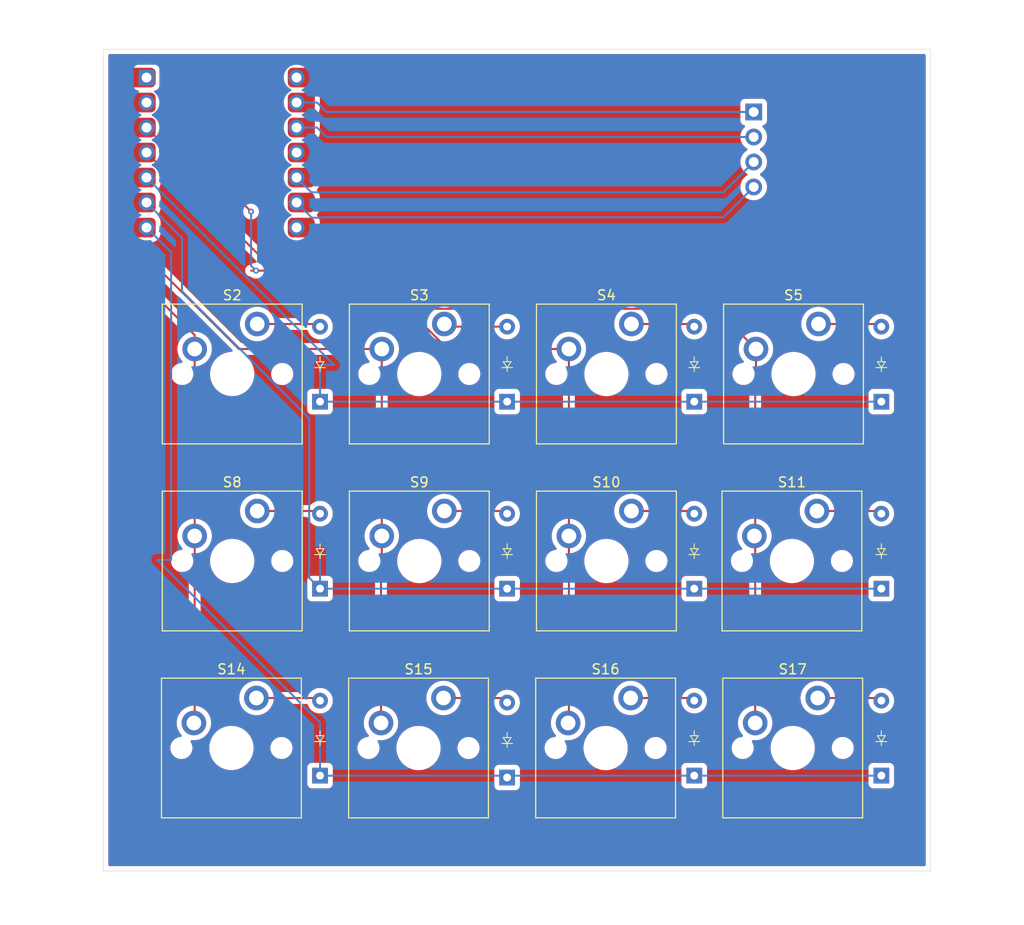
<source format=kicad_pcb>
(kicad_pcb (version 20241229) (generator "pcbnew") (generator_version "9.0")
  (layers (0 "F.Cu" signal) (2 "B.Cu" signal) (13 "F.Paste" user) (15 "B.Paste" user) (5 "F.SilkS" user "F.Silkscreen") (7 "B.SilkS" user "B.Silkscreen") (1 "F.Mask" user) (3 "B.Mask" user) (25 "Edge.Cuts" user))
  (net 0 "")
  (net 1 "+5V")
  (net 2 "GND")
  (net 3 "Net-(D2-A)")
  (net 4 "Row o")
  (net 5 "Net-(D3-A)")
  (net 6 "Net-(D4-A)")
  (net 7 "Net-(D5-A)")
  (net 8 "Row 1")
  (net 9 "Net-(D8-A)")
  (net 10 "Net-(D9-A)")
  (net 11 "Net-(D10-A)")
  (net 12 "Net-(D11-A)")
  (net 13 "Net-(D14-A)")
  (net 14 "Row 2")
  (net 15 "Net-(D15-A)")
  (net 16 "Net-(D16-A)")
  (net 17 "Net-(D17-A)")
  (net 18 "Oled-SCL")
  (net 19 "Oled-SDA")
  (net 20 "+3V3")
  (net 21 "Column 1")
  (net 22 "Column 2")
  (net 23 "Column 3")
  (net 24 "Column 4")
  (footprint "ScottoKeebs_MX:MX_PCB_1.00u" (layer "F.Cu") (at 71.5 102)
    (property "Reference" "S15" (at 0 -8 0) (layer "F.SilkS"))
    (property "Value" "Keyswitch")
    (fp_line (start -7.1 -7.1) (end -7.1 7.1) (stroke (width 0.12)) (layer "F.SilkS"))
    (fp_line (start -7.1 7.1) (end 7.1 7.1) (stroke (width 0.12)) (layer "F.SilkS"))
    (fp_line (start 7.1 -7.1) (end -7.1 -7.1) (stroke (width 0.12)) (layer "F.SilkS"))
    (fp_line (start 7.1 7.1) (end 7.1 -7.1) (stroke (width 0.12)) (layer "F.SilkS"))
    (pad "" np_thru_hole circle (at -5.08 0) (size 1.75 1.75) (drill 1.75) (layers "*.Cu" "*.Mask"))
    (pad "" np_thru_hole circle (at 0 0) (size 4 4) (drill 4) (layers "*.Cu" "*.Mask"))
    (pad "" np_thru_hole circle (at 5.08 0) (size 1.75 1.75) (drill 1.75) (layers "*.Cu" "*.Mask"))
    (pad "1" thru_hole circle (at -3.81 -2.54) (size 2.5 2.5) (drill 1.5) (layers "*.Cu" "*.Mask") (net 22 "Column 2"))
    (pad "2" thru_hole circle (at 2.54 -5.08) (size 2.5 2.5) (drill 1.5) (layers "*.Cu" "*.Mask") (net 15 "Net-(D15-A)"))
  )
  (footprint "ScottoKeebs_MX:MX_PCB_1.00u" (layer "F.Cu") (at 71.58 83)
    (property "Reference" "S9" (at 0 -8 0) (layer "F.SilkS"))
    (property "Value" "Keyswitch")
    (fp_line (start -7.1 -7.1) (end -7.1 7.1) (stroke (width 0.12)) (layer "F.SilkS"))
    (fp_line (start -7.1 7.1) (end 7.1 7.1) (stroke (width 0.12)) (layer "F.SilkS"))
    (fp_line (start 7.1 -7.1) (end -7.1 -7.1) (stroke (width 0.12)) (layer "F.SilkS"))
    (fp_line (start 7.1 7.1) (end 7.1 -7.1) (stroke (width 0.12)) (layer "F.SilkS"))
    (pad "" np_thru_hole circle (at -5.08 0) (size 1.75 1.75) (drill 1.75) (layers "*.Cu" "*.Mask"))
    (pad "" np_thru_hole circle (at 0 0) (size 4 4) (drill 4) (layers "*.Cu" "*.Mask"))
    (pad "" np_thru_hole circle (at 5.08 0) (size 1.75 1.75) (drill 1.75) (layers "*.Cu" "*.Mask"))
    (pad "1" thru_hole circle (at -3.81 -2.54) (size 2.5 2.5) (drill 1.5) (layers "*.Cu" "*.Mask") (net 22 "Column 2"))
    (pad "2" thru_hole circle (at 2.54 -5.08) (size 2.5 2.5) (drill 1.5) (layers "*.Cu" "*.Mask") (net 10 "Net-(D9-A)"))
  )
  (footprint "ScottoKeebs_MX:MX_PCB_1.00u" (layer "F.Cu") (at 90.58 64)
    (property "Reference" "S4" (at 0 -8 0) (layer "F.SilkS"))
    (property "Value" "Keyswitch")
    (fp_line (start -7.1 -7.1) (end -7.1 7.1) (stroke (width 0.12)) (layer "F.SilkS"))
    (fp_line (start -7.1 7.1) (end 7.1 7.1) (stroke (width 0.12)) (layer "F.SilkS"))
    (fp_line (start 7.1 -7.1) (end -7.1 -7.1) (stroke (width 0.12)) (layer "F.SilkS"))
    (fp_line (start 7.1 7.1) (end 7.1 -7.1) (stroke (width 0.12)) (layer "F.SilkS"))
    (pad "" np_thru_hole circle (at -5.08 0) (size 1.75 1.75) (drill 1.75) (layers "*.Cu" "*.Mask"))
    (pad "" np_thru_hole circle (at 0 0) (size 4 4) (drill 4) (layers "*.Cu" "*.Mask"))
    (pad "" np_thru_hole circle (at 5.08 0) (size 1.75 1.75) (drill 1.75) (layers "*.Cu" "*.Mask"))
    (pad "1" thru_hole circle (at -3.81 -2.54) (size 2.5 2.5) (drill 1.5) (layers "*.Cu" "*.Mask") (net 23 "Column 3"))
    (pad "2" thru_hole circle (at 2.54 -5.08) (size 2.5 2.5) (drill 1.5) (layers "*.Cu" "*.Mask") (net 6 "Net-(D4-A)"))
  )
  (footprint "ScottoKeebs_MX:MX_PCB_1.00u" (layer "F.Cu") (at 90.58 83)
    (property "Reference" "S10" (at 0 -8 0) (layer "F.SilkS"))
    (property "Value" "Keyswitch")
    (fp_line (start -7.1 -7.1) (end -7.1 7.1) (stroke (width 0.12)) (layer "F.SilkS"))
    (fp_line (start -7.1 7.1) (end 7.1 7.1) (stroke (width 0.12)) (layer "F.SilkS"))
    (fp_line (start 7.1 -7.1) (end -7.1 -7.1) (stroke (width 0.12)) (layer "F.SilkS"))
    (fp_line (start 7.1 7.1) (end 7.1 -7.1) (stroke (width 0.12)) (layer "F.SilkS"))
    (pad "" np_thru_hole circle (at -5.08 0) (size 1.75 1.75) (drill 1.75) (layers "*.Cu" "*.Mask"))
    (pad "" np_thru_hole circle (at 0 0) (size 4 4) (drill 4) (layers "*.Cu" "*.Mask"))
    (pad "" np_thru_hole circle (at 5.08 0) (size 1.75 1.75) (drill 1.75) (layers "*.Cu" "*.Mask"))
    (pad "1" thru_hole circle (at -3.81 -2.54) (size 2.5 2.5) (drill 1.5) (layers "*.Cu" "*.Mask") (net 23 "Column 3"))
    (pad "2" thru_hole circle (at 2.54 -5.08) (size 2.5 2.5) (drill 1.5) (layers "*.Cu" "*.Mask") (net 11 "Net-(D10-A)"))
  )
  (footprint "ScottoKeebs_Components:Diode_DO-35" (layer "F.Cu") (at 118.5 85.81 90)
    (property "Reference" "D11" (hide yes))
    (property "Value" "Diode" (hide yes))
    (fp_line (start 3.46 -0.55) (end 3.46 0.55) (stroke (width 0.1)) (layer "F.SilkS"))
    (fp_line (start 4.06 -0.4) (end 4.06 0.4) (stroke (width 0.1)) (layer "F.SilkS"))
    (fp_line (start 4.06 0) (end 4.56 0) (stroke (width 0.1)) (layer "F.SilkS"))
    (fp_line (start 3.46 0) (end 4.06 -0.4) (stroke (width 0.1)) (layer "F.SilkS"))
    (fp_line (start 3.06 0) (end 3.46 0) (stroke (width 0.1)) (layer "F.SilkS"))
    (fp_line (start 4.06 0.4) (end 3.46 0) (stroke (width 0.1)) (layer "F.SilkS"))
    (pad "1" thru_hole rect (at 0 0 90) (size 1.6 1.6) (drill 0.8) (layers "*.Cu" "*.Mask") (net 8 "Row 1"))
    (pad "2" thru_hole oval (at 7.62 0 90) (size 1.6 1.6) (drill 0.8) (layers "*.Cu" "*.Mask") (net 12 "Net-(D11-A)"))
  )
  (footprint "ScottoKeebs_Components:Diode_DO-35" (layer "F.Cu") (at 99.5 66.81 90)
    (property "Reference" "D4" (hide yes))
    (property "Value" "Diode" (hide yes))
    (fp_line (start 3.46 -0.55) (end 3.46 0.55) (stroke (width 0.1)) (layer "F.SilkS"))
    (fp_line (start 4.06 -0.4) (end 4.06 0.4) (stroke (width 0.1)) (layer "F.SilkS"))
    (fp_line (start 4.06 0) (end 4.56 0) (stroke (width 0.1)) (layer "F.SilkS"))
    (fp_line (start 3.46 0) (end 4.06 -0.4) (stroke (width 0.1)) (layer "F.SilkS"))
    (fp_line (start 3.06 0) (end 3.46 0) (stroke (width 0.1)) (layer "F.SilkS"))
    (fp_line (start 4.06 0.4) (end 3.46 0) (stroke (width 0.1)) (layer "F.SilkS"))
    (pad "1" thru_hole rect (at 0 0 90) (size 1.6 1.6) (drill 0.8) (layers "*.Cu" "*.Mask") (net 4 "Row o"))
    (pad "2" thru_hole oval (at 7.62 0 90) (size 1.6 1.6) (drill 0.8) (layers "*.Cu" "*.Mask") (net 6 "Net-(D4-A)"))
  )
  (footprint "ScottoKeebs_Components:Diode_DO-35" (layer "F.Cu") (at 61.5 104.81 90)
    (property "Reference" "D14" (hide yes))
    (property "Value" "Diode" (hide yes))
    (fp_line (start 3.46 -0.55) (end 3.46 0.55) (stroke (width 0.1)) (layer "F.SilkS"))
    (fp_line (start 4.06 -0.4) (end 4.06 0.4) (stroke (width 0.1)) (layer "F.SilkS"))
    (fp_line (start 4.06 0) (end 4.56 0) (stroke (width 0.1)) (layer "F.SilkS"))
    (fp_line (start 3.46 0) (end 4.06 -0.4) (stroke (width 0.1)) (layer "F.SilkS"))
    (fp_line (start 3.06 0) (end 3.46 0) (stroke (width 0.1)) (layer "F.SilkS"))
    (fp_line (start 4.06 0.4) (end 3.46 0) (stroke (width 0.1)) (layer "F.SilkS"))
    (pad "1" thru_hole rect (at 0 0 90) (size 1.6 1.6) (drill 0.8) (layers "*.Cu" "*.Mask") (net 14 "Row 2"))
    (pad "2" thru_hole oval (at 7.62 0 90) (size 1.6 1.6) (drill 0.8) (layers "*.Cu" "*.Mask") (net 13 "Net-(D14-A)"))
  )
  (footprint "ScottoKeebs_Components:Diode_DO-35" (layer "F.Cu") (at 61.5 66.81 90)
    (property "Reference" "D2" (hide yes))
    (property "Value" "Diode" (hide yes))
    (fp_line (start 3.46 -0.55) (end 3.46 0.55) (stroke (width 0.1)) (layer "F.SilkS"))
    (fp_line (start 4.06 -0.4) (end 4.06 0.4) (stroke (width 0.1)) (layer "F.SilkS"))
    (fp_line (start 4.06 0) (end 4.56 0) (stroke (width 0.1)) (layer "F.SilkS"))
    (fp_line (start 3.46 0) (end 4.06 -0.4) (stroke (width 0.1)) (layer "F.SilkS"))
    (fp_line (start 3.06 0) (end 3.46 0) (stroke (width 0.1)) (layer "F.SilkS"))
    (fp_line (start 4.06 0.4) (end 3.46 0) (stroke (width 0.1)) (layer "F.SilkS"))
    (pad "1" thru_hole rect (at 0 0 90) (size 1.6 1.6) (drill 0.8) (layers "*.Cu" "*.Mask") (net 4 "Row o"))
    (pad "2" thru_hole oval (at 7.62 0 90) (size 1.6 1.6) (drill 0.8) (layers "*.Cu" "*.Mask") (net 3 "Net-(D2-A)"))
  )
  (footprint "ScottoKeebs_Components:Diode_DO-35" (layer "F.Cu") (at 80.5 66.81 90)
    (property "Reference" "D3" (hide yes))
    (property "Value" "Diode" (hide yes))
    (fp_line (start 3.46 -0.55) (end 3.46 0.55) (stroke (width 0.1)) (layer "F.SilkS"))
    (fp_line (start 4.06 -0.4) (end 4.06 0.4) (stroke (width 0.1)) (layer "F.SilkS"))
    (fp_line (start 4.06 0) (end 4.56 0) (stroke (width 0.1)) (layer "F.SilkS"))
    (fp_line (start 3.46 0) (end 4.06 -0.4) (stroke (width 0.1)) (layer "F.SilkS"))
    (fp_line (start 3.06 0) (end 3.46 0) (stroke (width 0.1)) (layer "F.SilkS"))
    (fp_line (start 4.06 0.4) (end 3.46 0) (stroke (width 0.1)) (layer "F.SilkS"))
    (pad "1" thru_hole rect (at 0 0 90) (size 1.6 1.6) (drill 0.8) (layers "*.Cu" "*.Mask") (net 4 "Row o"))
    (pad "2" thru_hole oval (at 7.62 0 90) (size 1.6 1.6) (drill 0.8) (layers "*.Cu" "*.Mask") (net 5 "Net-(D3-A)"))
  )
  (footprint "ScottoKeebs_MX:MX_PCB_1.00u" (layer "F.Cu") (at 52.58 64)
    (property "Reference" "S2" (at 0 -8 0) (layer "F.SilkS"))
    (property "Value" "Keyswitch")
    (fp_line (start -7.1 -7.1) (end -7.1 7.1) (stroke (width 0.12)) (layer "F.SilkS"))
    (fp_line (start -7.1 7.1) (end 7.1 7.1) (stroke (width 0.12)) (layer "F.SilkS"))
    (fp_line (start 7.1 -7.1) (end -7.1 -7.1) (stroke (width 0.12)) (layer "F.SilkS"))
    (fp_line (start 7.1 7.1) (end 7.1 -7.1) (stroke (width 0.12)) (layer "F.SilkS"))
    (pad "" np_thru_hole circle (at -5.08 0) (size 1.75 1.75) (drill 1.75) (layers "*.Cu" "*.Mask"))
    (pad "" np_thru_hole circle (at 0 0) (size 4 4) (drill 4) (layers "*.Cu" "*.Mask"))
    (pad "" np_thru_hole circle (at 5.08 0) (size 1.75 1.75) (drill 1.75) (layers "*.Cu" "*.Mask"))
    (pad "1" thru_hole circle (at -3.81 -2.54) (size 2.5 2.5) (drill 1.5) (layers "*.Cu" "*.Mask") (net 21 "Column 1"))
    (pad "2" thru_hole circle (at 2.54 -5.08) (size 2.5 2.5) (drill 1.5) (layers "*.Cu" "*.Mask") (net 3 "Net-(D2-A)"))
  )
  (footprint "ScottoKeebs_MX:MX_PCB_1.00u" (layer "F.Cu") (at 52.58 83)
    (property "Reference" "S8" (at 0 -8 0) (layer "F.SilkS"))
    (property "Value" "Keyswitch")
    (fp_line (start -7.1 -7.1) (end -7.1 7.1) (stroke (width 0.12)) (layer "F.SilkS"))
    (fp_line (start -7.1 7.1) (end 7.1 7.1) (stroke (width 0.12)) (layer "F.SilkS"))
    (fp_line (start 7.1 -7.1) (end -7.1 -7.1) (stroke (width 0.12)) (layer "F.SilkS"))
    (fp_line (start 7.1 7.1) (end 7.1 -7.1) (stroke (width 0.12)) (layer "F.SilkS"))
    (pad "" np_thru_hole circle (at -5.08 0) (size 1.75 1.75) (drill 1.75) (layers "*.Cu" "*.Mask"))
    (pad "" np_thru_hole circle (at 0 0) (size 4 4) (drill 4) (layers "*.Cu" "*.Mask"))
    (pad "" np_thru_hole circle (at 5.08 0) (size 1.75 1.75) (drill 1.75) (layers "*.Cu" "*.Mask"))
    (pad "1" thru_hole circle (at -3.81 -2.54) (size 2.5 2.5) (drill 1.5) (layers "*.Cu" "*.Mask") (net 21 "Column 1"))
    (pad "2" thru_hole circle (at 2.54 -5.08) (size 2.5 2.5) (drill 1.5) (layers "*.Cu" "*.Mask") (net 9 "Net-(D8-A)"))
  )
  (footprint "ScottoKeebs_Components:Diode_DO-35" (layer "F.Cu") (at 99.5 85.81 90)
    (property "Reference" "D10" (hide yes))
    (property "Value" "Diode" (hide yes))
    (fp_line (start 3.46 -0.55) (end 3.46 0.55) (stroke (width 0.1)) (layer "F.SilkS"))
    (fp_line (start 4.06 -0.4) (end 4.06 0.4) (stroke (width 0.1)) (layer "F.SilkS"))
    (fp_line (start 4.06 0) (end 4.56 0) (stroke (width 0.1)) (layer "F.SilkS"))
    (fp_line (start 3.46 0) (end 4.06 -0.4) (stroke (width 0.1)) (layer "F.SilkS"))
    (fp_line (start 3.06 0) (end 3.46 0) (stroke (width 0.1)) (layer "F.SilkS"))
    (fp_line (start 4.06 0.4) (end 3.46 0) (stroke (width 0.1)) (layer "F.SilkS"))
    (pad "1" thru_hole rect (at 0 0 90) (size 1.6 1.6) (drill 0.8) (layers "*.Cu" "*.Mask") (net 8 "Row 1"))
    (pad "2" thru_hole oval (at 7.62 0 90) (size 1.6 1.6) (drill 0.8) (layers "*.Cu" "*.Mask") (net 11 "Net-(D10-A)"))
  )
  (footprint "ScottoKeebs_Components:Diode_DO-35" (layer "F.Cu") (at 118.5 66.81 90)
    (property "Reference" "D5" (hide yes))
    (property "Value" "Diode" (hide yes))
    (fp_line (start 3.46 -0.55) (end 3.46 0.55) (stroke (width 0.1)) (layer "F.SilkS"))
    (fp_line (start 4.06 -0.4) (end 4.06 0.4) (stroke (width 0.1)) (layer "F.SilkS"))
    (fp_line (start 4.06 0) (end 4.56 0) (stroke (width 0.1)) (layer "F.SilkS"))
    (fp_line (start 3.46 0) (end 4.06 -0.4) (stroke (width 0.1)) (layer "F.SilkS"))
    (fp_line (start 3.06 0) (end 3.46 0) (stroke (width 0.1)) (layer "F.SilkS"))
    (fp_line (start 4.06 0.4) (end 3.46 0) (stroke (width 0.1)) (layer "F.SilkS"))
    (pad "1" thru_hole rect (at 0 0 90) (size 1.6 1.6) (drill 0.8) (layers "*.Cu" "*.Mask") (net 4 "Row o"))
    (pad "2" thru_hole oval (at 7.62 0 90) (size 1.6 1.6) (drill 0.8) (layers "*.Cu" "*.Mask") (net 7 "Net-(D5-A)"))
  )
  (footprint "ScottoKeebs_Components:Diode_DO-35" (layer "F.Cu") (at 80.5 105 90)
    (property "Reference" "D15" (hide yes))
    (property "Value" "Diode" (hide yes))
    (fp_line (start 3.46 -0.55) (end 3.46 0.55) (stroke (width 0.1)) (layer "F.SilkS"))
    (fp_line (start 4.06 -0.4) (end 4.06 0.4) (stroke (width 0.1)) (layer "F.SilkS"))
    (fp_line (start 4.06 0) (end 4.56 0) (stroke (width 0.1)) (layer "F.SilkS"))
    (fp_line (start 3.46 0) (end 4.06 -0.4) (stroke (width 0.1)) (layer "F.SilkS"))
    (fp_line (start 3.06 0) (end 3.46 0) (stroke (width 0.1)) (layer "F.SilkS"))
    (fp_line (start 4.06 0.4) (end 3.46 0) (stroke (width 0.1)) (layer "F.SilkS"))
    (pad "1" thru_hole rect (at 0 0 90) (size 1.6 1.6) (drill 0.8) (layers "*.Cu" "*.Mask") (net 14 "Row 2"))
    (pad "2" thru_hole oval (at 7.62 0 90) (size 1.6 1.6) (drill 0.8) (layers "*.Cu" "*.Mask") (net 15 "Net-(D15-A)"))
  )
  (footprint "ScottoKeebs_Components:Diode_DO-35" (layer "F.Cu") (at 61.5 85.81 90)
    (property "Reference" "D8" (hide yes))
    (property "Value" "Diode" (hide yes))
    (fp_line (start 3.46 -0.55) (end 3.46 0.55) (stroke (width 0.1)) (layer "F.SilkS"))
    (fp_line (start 4.06 -0.4) (end 4.06 0.4) (stroke (width 0.1)) (layer "F.SilkS"))
    (fp_line (start 4.06 0) (end 4.56 0) (stroke (width 0.1)) (layer "F.SilkS"))
    (fp_line (start 3.46 0) (end 4.06 -0.4) (stroke (width 0.1)) (layer "F.SilkS"))
    (fp_line (start 3.06 0) (end 3.46 0) (stroke (width 0.1)) (layer "F.SilkS"))
    (fp_line (start 4.06 0.4) (end 3.46 0) (stroke (width 0.1)) (layer "F.SilkS"))
    (pad "1" thru_hole rect (at 0 0 90) (size 1.6 1.6) (drill 0.8) (layers "*.Cu" "*.Mask") (net 8 "Row 1"))
    (pad "2" thru_hole oval (at 7.62 0 90) (size 1.6 1.6) (drill 0.8) (layers "*.Cu" "*.Mask") (net 9 "Net-(D8-A)"))
  )
  (footprint "ScottoKeebs_MX:MX_PCB_1.00u" (layer "F.Cu") (at 90.5 102)
    (property "Reference" "S16" (at 0 -8 0) (layer "F.SilkS"))
    (property "Value" "Keyswitch")
    (fp_line (start -7.1 -7.1) (end -7.1 7.1) (stroke (width 0.12)) (layer "F.SilkS"))
    (fp_line (start -7.1 7.1) (end 7.1 7.1) (stroke (width 0.12)) (layer "F.SilkS"))
    (fp_line (start 7.1 -7.1) (end -7.1 -7.1) (stroke (width 0.12)) (layer "F.SilkS"))
    (fp_line (start 7.1 7.1) (end 7.1 -7.1) (stroke (width 0.12)) (layer "F.SilkS"))
    (pad "" np_thru_hole circle (at -5.08 0) (size 1.75 1.75) (drill 1.75) (layers "*.Cu" "*.Mask"))
    (pad "" np_thru_hole circle (at 0 0) (size 4 4) (drill 4) (layers "*.Cu" "*.Mask"))
    (pad "" np_thru_hole circle (at 5.08 0) (size 1.75 1.75) (drill 1.75) (layers "*.Cu" "*.Mask"))
    (pad "1" thru_hole circle (at -3.81 -2.54) (size 2.5 2.5) (drill 1.5) (layers "*.Cu" "*.Mask") (net 23 "Column 3"))
    (pad "2" thru_hole circle (at 2.54 -5.08) (size 2.5 2.5) (drill 1.5) (layers "*.Cu" "*.Mask") (net 16 "Net-(D16-A)"))
  )
  (footprint "ScottoKeebs_Components:Diode_DO-35" (layer "F.Cu") (at 118.5 104.81 90)
    (property "Reference" "D17" (hide yes))
    (property "Value" "Diode" (hide yes))
    (fp_line (start 3.46 -0.55) (end 3.46 0.55) (stroke (width 0.1)) (layer "F.SilkS"))
    (fp_line (start 4.06 -0.4) (end 4.06 0.4) (stroke (width 0.1)) (layer "F.SilkS"))
    (fp_line (start 4.06 0) (end 4.56 0) (stroke (width 0.1)) (layer "F.SilkS"))
    (fp_line (start 3.46 0) (end 4.06 -0.4) (stroke (width 0.1)) (layer "F.SilkS"))
    (fp_line (start 3.06 0) (end 3.46 0) (stroke (width 0.1)) (layer "F.SilkS"))
    (fp_line (start 4.06 0.4) (end 3.46 0) (stroke (width 0.1)) (layer "F.SilkS"))
    (pad "1" thru_hole rect (at 0 0 90) (size 1.6 1.6) (drill 0.8) (layers "*.Cu" "*.Mask") (net 14 "Row 2"))
    (pad "2" thru_hole oval (at 7.62 0 90) (size 1.6 1.6) (drill 0.8) (layers "*.Cu" "*.Mask") (net 17 "Net-(D17-A)"))
  )
  (footprint "ScottoKeebs_Components:OLED_128x32" (layer "F.Cu") (at 107.14 47.18 180)
    (property "Reference" "J1" (hide yes))
    (property "Value" "OLED_128x32")
    (pad "1" thru_hole rect (at 1.6 9.8) (size 1.7 1.7) (drill 1) (layers "*.Cu" "*.Mask") (net 2 "GND"))
    (pad "2" thru_hole oval (at 1.6 7.26) (size 1.7 1.7) (drill 1) (layers "*.Cu" "*.Mask") (net 20 "+3V3"))
    (pad "3" thru_hole oval (at 1.6 4.72) (size 1.7 1.7) (drill 1) (layers "*.Cu" "*.Mask") (net 18 "Oled-SCL"))
    (pad "4" thru_hole oval (at 1.6 2.18) (size 1.7 1.7) (drill 1) (layers "*.Cu" "*.Mask") (net 19 "Oled-SDA"))
  )
  (footprint "ScottoKeebs_MX:MX_PCB_1.00u" (layer "F.Cu") (at 52.5 102)
    (property "Reference" "S14" (at 0 -8 0) (layer "F.SilkS"))
    (property "Value" "Keyswitch")
    (fp_line (start -7.1 -7.1) (end -7.1 7.1) (stroke (width 0.12)) (layer "F.SilkS"))
    (fp_line (start -7.1 7.1) (end 7.1 7.1) (stroke (width 0.12)) (layer "F.SilkS"))
    (fp_line (start 7.1 -7.1) (end -7.1 -7.1) (stroke (width 0.12)) (layer "F.SilkS"))
    (fp_line (start 7.1 7.1) (end 7.1 -7.1) (stroke (width 0.12)) (layer "F.SilkS"))
    (pad "" np_thru_hole circle (at -5.08 0) (size 1.75 1.75) (drill 1.75) (layers "*.Cu" "*.Mask"))
    (pad "" np_thru_hole circle (at 0 0) (size 4 4) (drill 4) (layers "*.Cu" "*.Mask"))
    (pad "" np_thru_hole circle (at 5.08 0) (size 1.75 1.75) (drill 1.75) (layers "*.Cu" "*.Mask"))
    (pad "1" thru_hole circle (at -3.81 -2.54) (size 2.5 2.5) (drill 1.5) (layers "*.Cu" "*.Mask") (net 21 "Column 1"))
    (pad "2" thru_hole circle (at 2.54 -5.08) (size 2.5 2.5) (drill 1.5) (layers "*.Cu" "*.Mask") (net 13 "Net-(D14-A)"))
  )
  (footprint "ScottoKeebs_Components:Diode_DO-35" (layer "F.Cu") (at 99.5 104.81 90)
    (property "Reference" "D16" (hide yes))
    (property "Value" "Diode" (hide yes))
    (fp_line (start 3.46 -0.55) (end 3.46 0.55) (stroke (width 0.1)) (layer "F.SilkS"))
    (fp_line (start 4.06 -0.4) (end 4.06 0.4) (stroke (width 0.1)) (layer "F.SilkS"))
    (fp_line (start 4.06 0) (end 4.56 0) (stroke (width 0.1)) (layer "F.SilkS"))
    (fp_line (start 3.46 0) (end 4.06 -0.4) (stroke (width 0.1)) (layer "F.SilkS"))
    (fp_line (start 3.06 0) (end 3.46 0) (stroke (width 0.1)) (layer "F.SilkS"))
    (fp_line (start 4.06 0.4) (end 3.46 0) (stroke (width 0.1)) (layer "F.SilkS"))
    (pad "1" thru_hole rect (at 0 0 90) (size 1.6 1.6) (drill 0.8) (layers "*.Cu" "*.Mask") (net 14 "Row 2"))
    (pad "2" thru_hole oval (at 7.62 0 90) (size 1.6 1.6) (drill 0.8) (layers "*.Cu" "*.Mask") (net 16 "Net-(D16-A)"))
  )
  (footprint "ScottoKeebs_Components:Diode_DO-35" (layer "F.Cu") (at 80.5 85.81 90)
    (property "Reference" "D9" (hide yes))
    (property "Value" "Diode" (hide yes))
    (fp_line (start 3.46 -0.55) (end 3.46 0.55) (stroke (width 0.1)) (layer "F.SilkS"))
    (fp_line (start 4.06 -0.4) (end 4.06 0.4) (stroke (width 0.1)) (layer "F.SilkS"))
    (fp_line (start 4.06 0) (end 4.56 0) (stroke (width 0.1)) (layer "F.SilkS"))
    (fp_line (start 3.46 0) (end 4.06 -0.4) (stroke (width 0.1)) (layer "F.SilkS"))
    (fp_line (start 3.06 0) (end 3.46 0) (stroke (width 0.1)) (layer "F.SilkS"))
    (fp_line (start 4.06 0.4) (end 3.46 0) (stroke (width 0.1)) (layer "F.SilkS"))
    (pad "1" thru_hole rect (at 0 0 90) (size 1.6 1.6) (drill 0.8) (layers "*.Cu" "*.Mask") (net 8 "Row 1"))
    (pad "2" thru_hole oval (at 7.62 0 90) (size 1.6 1.6) (drill 0.8) (layers "*.Cu" "*.Mask") (net 10 "Net-(D9-A)"))
  )
  (footprint "ScottoKeebs_MX:MX_PCB_1.00u" (layer "F.Cu") (at 109.5 102)
    (property "Reference" "S17" (at 0 -8 0) (layer "F.SilkS"))
    (property "Value" "Keyswitch")
    (fp_line (start -7.1 -7.1) (end -7.1 7.1) (stroke (width 0.12)) (layer "F.SilkS"))
    (fp_line (start -7.1 7.1) (end 7.1 7.1) (stroke (width 0.12)) (layer "F.SilkS"))
    (fp_line (start 7.1 -7.1) (end -7.1 -7.1) (stroke (width 0.12)) (layer "F.SilkS"))
    (fp_line (start 7.1 7.1) (end 7.1 -7.1) (stroke (width 0.12)) (layer "F.SilkS"))
    (pad "" np_thru_hole circle (at -5.08 0) (size 1.75 1.75) (drill 1.75) (layers "*.Cu" "*.Mask"))
    (pad "" np_thru_hole circle (at 0 0) (size 4 4) (drill 4) (layers "*.Cu" "*.Mask"))
    (pad "" np_thru_hole circle (at 5.08 0) (size 1.75 1.75) (drill 1.75) (layers "*.Cu" "*.Mask"))
    (pad "1" thru_hole circle (at -3.81 -2.54) (size 2.5 2.5) (drill 1.5) (layers "*.Cu" "*.Mask") (net 24 "Column 4"))
    (pad "2" thru_hole circle (at 2.54 -5.08) (size 2.5 2.5) (drill 1.5) (layers "*.Cu" "*.Mask") (net 17 "Net-(D17-A)"))
  )
  (footprint "ScottoKeebs_MX:MX_PCB_1.00u" (layer "F.Cu") (at 109.58 64)
    (property "Reference" "S5" (at 0 -8 0) (layer "F.SilkS"))
    (property "Value" "Keyswitch")
    (fp_line (start -7.1 -7.1) (end -7.1 7.1) (stroke (width 0.12)) (layer "F.SilkS"))
    (fp_line (start -7.1 7.1) (end 7.1 7.1) (stroke (width 0.12)) (layer "F.SilkS"))
    (fp_line (start 7.1 -7.1) (end -7.1 -7.1) (stroke (width 0.12)) (layer "F.SilkS"))
    (fp_line (start 7.1 7.1) (end 7.1 -7.1) (stroke (width 0.12)) (layer "F.SilkS"))
    (pad "" np_thru_hole circle (at -5.08 0) (size 1.75 1.75) (drill 1.75) (layers "*.Cu" "*.Mask"))
    (pad "" np_thru_hole circle (at 0 0) (size 4 4) (drill 4) (layers "*.Cu" "*.Mask"))
    (pad "" np_thru_hole circle (at 5.08 0) (size 1.75 1.75) (drill 1.75) (layers "*.Cu" "*.Mask"))
    (pad "1" thru_hole circle (at -3.81 -2.54) (size 2.5 2.5) (drill 1.5) (layers "*.Cu" "*.Mask") (net 24 "Column 4"))
    (pad "2" thru_hole circle (at 2.54 -5.08) (size 2.5 2.5) (drill 1.5) (layers "*.Cu" "*.Mask") (net 7 "Net-(D5-A)"))
  )
  (footprint "ScottoKeebs_MX:MX_PCB_1.00u" (layer "F.Cu") (at 109.42 83)
    (property "Reference" "S11" (at 0 -8 0) (layer "F.SilkS"))
    (property "Value" "Keyswitch")
    (fp_line (start -7.1 -7.1) (end -7.1 7.1) (stroke (width 0.12)) (layer "F.SilkS"))
    (fp_line (start -7.1 7.1) (end 7.1 7.1) (stroke (width 0.12)) (layer "F.SilkS"))
    (fp_line (start 7.1 -7.1) (end -7.1 -7.1) (stroke (width 0.12)) (layer "F.SilkS"))
    (fp_line (start 7.1 7.1) (end 7.1 -7.1) (stroke (width 0.12)) (layer "F.SilkS"))
    (pad "" np_thru_hole circle (at -5.08 0) (size 1.75 1.75) (drill 1.75) (layers "*.Cu" "*.Mask"))
    (pad "" np_thru_hole circle (at 0 0) (size 4 4) (drill 4) (layers "*.Cu" "*.Mask"))
    (pad "" np_thru_hole circle (at 5.08 0) (size 1.75 1.75) (drill 1.75) (layers "*.Cu" "*.Mask"))
    (pad "1" thru_hole circle (at -3.81 -2.54) (size 2.5 2.5) (drill 1.5) (layers "*.Cu" "*.Mask") (net 24 "Column 4"))
    (pad "2" thru_hole circle (at 2.54 -5.08) (size 2.5 2.5) (drill 1.5) (layers "*.Cu" "*.Mask") (net 12 "Net-(D11-A)"))
  )
  (footprint "ScottoKeebs_MCU:Seeed_XIAO_RP2040" (layer "F.Cu") (at 51.5 41.5)
    (property "Reference" "U1" (hide yes))
    (property "Value" "MCU_Seeed_XIAO_RP2040")
    (pad "1" smd roundrect (at -8.065 -7.62) (size 2.75 2) (layers "F.Cu" "F.Mask" "F.Paste") (net 21 "Column 1"))
    (pad "1" thru_hole rect (at -7.62 -7.62 90) (size 1.6 1.6) (drill 1) (layers "*.Cu" "*.Mask") (net 21 "Column 1"))
    (pad "2" smd roundrect (at -8.065 -5.08) (size 2.75 2) (layers "F.Cu" "F.Mask" "F.Paste") (net 22 "Column 2"))
    (pad "2" thru_hole circle (at -7.62 -5.08 90) (size 1.6 1.6) (drill 1) (layers "*.Cu" "*.Mask") (net 22 "Column 2"))
    (pad "3" smd roundrect (at -8.065 -2.54) (size 2.75 2) (layers "F.Cu" "F.Mask" "F.Paste") (net 23 "Column 3"))
    (pad "3" thru_hole circle (at -7.62 -2.54 90) (size 1.6 1.6) (drill 1) (layers "*.Cu" "*.Mask") (net 23 "Column 3"))
    (pad "4" smd roundrect (at -8.065 0) (size 2.75 2) (layers "F.Cu" "F.Mask" "F.Paste") (net 24 "Column 4"))
    (pad "4" thru_hole circle (at -7.62 0 90) (size 1.6 1.6) (drill 1) (layers "*.Cu" "*.Mask") (net 24 "Column 4"))
    (pad "5" smd roundrect (at -8.065 2.54) (size 2.75 2) (layers "F.Cu" "F.Mask" "F.Paste") (net 4 "Row o"))
    (pad "5" thru_hole circle (at -7.62 2.54 90) (size 1.6 1.6) (drill 1) (layers "*.Cu" "*.Mask") (net 4 "Row o"))
    (pad "6" smd roundrect (at -8.065 5.08) (size 2.75 2) (layers "F.Cu" "F.Mask" "F.Paste") (net 8 "Row 1"))
    (pad "6" thru_hole circle (at -7.62 5.08 90) (size 1.6 1.6) (drill 1) (layers "*.Cu" "*.Mask") (net 8 "Row 1"))
    (pad "7" smd roundrect (at -8.065 7.62) (size 2.75 2) (layers "F.Cu" "F.Mask" "F.Paste") (net 14 "Row 2"))
    (pad "7" thru_hole circle (at -7.62 7.62 90) (size 1.6 1.6) (drill 1) (layers "*.Cu" "*.Mask") (net 14 "Row 2"))
    (pad "8" thru_hole circle (at 7.62 7.62 90) (size 1.6 1.6) (drill 1) (layers "*.Cu" "*.Mask"))
    (pad "8" smd roundrect (at 8.1 7.62) (size 2.75 2) (layers "F.Cu" "F.Mask" "F.Paste"))
    (pad "9" thru_hole circle (at 7.62 5.08 90) (size 1.6 1.6) (drill 1) (layers "*.Cu" "*.Mask") (net 19 "Oled-SDA"))
    (pad "9" smd roundrect (at 8.1 5.08) (size 2.75 2) (layers "F.Cu" "F.Mask" "F.Paste") (net 19 "Oled-SDA"))
    (pad "10" thru_hole circle (at 7.62 2.54 90) (size 1.6 1.6) (drill 1) (layers "*.Cu" "*.Mask") (net 18 "Oled-SCL"))
    (pad "10" smd roundrect (at 8.1 2.54) (size 2.75 2) (layers "F.Cu" "F.Mask" "F.Paste") (net 18 "Oled-SCL"))
    (pad "11" thru_hole circle (at 7.62 0 90) (size 1.6 1.6) (drill 1) (layers "*.Cu" "*.Mask"))
    (pad "11" smd roundrect (at 8.1 0) (size 2.75 2) (layers "F.Cu" "F.Mask" "F.Paste"))
    (pad "12" thru_hole circle (at 7.62 -2.54 90) (size 1.6 1.6) (drill 1) (layers "*.Cu" "*.Mask") (net 20 "+3V3"))
    (pad "12" smd roundrect (at 8.1 -2.54) (size 2.75 2) (layers "F.Cu" "F.Mask" "F.Paste") (net 20 "+3V3"))
    (pad "13" thru_hole circle (at 7.62 -5.08 90) (size 1.6 1.6) (drill 1) (layers "*.Cu" "*.Mask") (net 2 "GND"))
    (pad "13" smd roundrect (at 8.1 -5.08) (size 2.75 2) (layers "F.Cu" "F.Mask" "F.Paste") (net 2 "GND"))
    (pad "14" thru_hole circle (at 7.62 -7.62 90) (size 1.6 1.6) (drill 1) (layers "*.Cu" "*.Mask") (net 1 "+5V"))
    (pad "14" smd roundrect (at 8.1 -7.62) (size 2.75 2) (layers "F.Cu" "F.Mask" "F.Paste") (net 1 "+5V"))
  )
  (footprint "ScottoKeebs_MX:MX_PCB_1.00u" (layer "F.Cu") (at 71.58 64)
    (property "Reference" "S3" (at 0 -8 0) (layer "F.SilkS"))
    (property "Value" "Keyswitch")
    (fp_line (start -7.1 -7.1) (end -7.1 7.1) (stroke (width 0.12)) (layer "F.SilkS"))
    (fp_line (start -7.1 7.1) (end 7.1 7.1) (stroke (width 0.12)) (layer "F.SilkS"))
    (fp_line (start 7.1 -7.1) (end -7.1 -7.1) (stroke (width 0.12)) (layer "F.SilkS"))
    (fp_line (start 7.1 7.1) (end 7.1 -7.1) (stroke (width 0.12)) (layer "F.SilkS"))
    (pad "" np_thru_hole circle (at -5.08 0) (size 1.75 1.75) (drill 1.75) (layers "*.Cu" "*.Mask"))
    (pad "" np_thru_hole circle (at 0 0) (size 4 4) (drill 4) (layers "*.Cu" "*.Mask"))
    (pad "" np_thru_hole circle (at 5.08 0) (size 1.75 1.75) (drill 1.75) (layers "*.Cu" "*.Mask"))
    (pad "1" thru_hole circle (at -3.81 -2.54) (size 2.5 2.5) (drill 1.5) (layers "*.Cu" "*.Mask") (net 22 "Column 2"))
    (pad "2" thru_hole circle (at 2.54 -5.08) (size 2.5 2.5) (drill 1.5) (layers "*.Cu" "*.Mask") (net 5 "Net-(D3-A)"))
  )
  (gr_line (start 123.5 114.5) (end 39.5 114.5) (stroke (width 0.05)) (layer "Edge.Cuts"))
  (gr_line (start 39.5 31) (end 123.5 31) (stroke (width 0.05)) (layer "Edge.Cuts"))
  (gr_line (start 39.5 114.5) (end 39.5 31) (stroke (width 0.05)) (layer "Edge.Cuts"))
  (gr_line (start 123.5 31) (end 123.5 114.5) (stroke (width 0.05)) (layer "Edge.Cuts"))
  (segment (start 59.12 36.42) (end 61.2 36.42) (width 0.2) (layer "B.Cu") (net 2))
  (segment (start 61.2 36.42) (end 62.16 37.38) (width 0.2) (layer "B.Cu") (net 2))
  (segment (start 105.54 37.38) (end 62.16 37.38) (width 0.2) (layer "B.Cu") (net 2))
  (segment (start 61.23 58.92) (end 61.5 59.19) (width 0.2) (layer "F.Cu") (net 3))
  (segment (start 55.12 58.92) (end 61.23 58.92) (width 0.2) (layer "F.Cu") (net 3))
  (segment (start 61.5 66.81) (end 60.77 66.81) (width 0.2) (layer "B.Cu") (net 4))
  (segment (start 61.5 63.08) (end 62.92 63.08) (width 0.2) (layer "B.Cu") (net 4))
  (segment (start 118.5 66.81) (end 61.5 66.81) (width 0.2) (layer "B.Cu") (net 4))
  (segment (start 62.92 63.08) (end 43.88 44.04) (width 0.2) (layer "B.Cu") (net 4))
  (segment (start 61.5 66.81) (end 61.5 63.08) (width 0.2) (layer "B.Cu") (net 4))
  (segment (start 74.39 59.19) (end 74.12 58.92) (width 0.2) (layer "F.Cu") (net 5))
  (segment (start 80.5 59.19) (end 74.39 59.19) (width 0.2) (layer "F.Cu") (net 5))
  (segment (start 99.23 58.92) (end 99.5 59.19) (width 0.2) (layer "F.Cu") (net 6))
  (segment (start 93.12 58.92) (end 99.23 58.92) (width 0.2) (layer "F.Cu") (net 6))
  (segment (start 118.23 58.92) (end 118.5 59.19) (width 0.2) (layer "F.Cu") (net 7))
  (segment (start 112.12 58.92) (end 118.23 58.92) (width 0.2) (layer "F.Cu") (net 7))
  (segment (start 47.481 55.576184) (end 60.399 68.494184) (width 0.2) (layer "B.Cu") (net 8))
  (segment (start 61.5 85.81) (end 118.5 85.81) (width 0.2) (layer "B.Cu") (net 8))
  (segment (start 43.88 46.58) (end 47.481 50.181) (width 0.2) (layer "B.Cu") (net 8))
  (segment (start 60.399 68.494184) (end 60.399 84.709) (width 0.2) (layer "B.Cu") (net 8))
  (segment (start 61.5 82.106554) (end 61.5 85.81) (width 0.2) (layer "B.Cu") (net 8))
  (segment (start 60.399 84.709) (end 61.5 85.81) (width 0.2) (layer "B.Cu") (net 8))
  (segment (start 47.481 50.181) (end 47.481 55.576184) (width 0.2) (layer "B.Cu") (net 8))
  (segment (start 61.23 77.92) (end 61.5 78.19) (width 0.2) (layer "F.Cu") (net 9))
  (segment (start 55.12 77.92) (end 61.23 77.92) (width 0.2) (layer "F.Cu") (net 9))
  (segment (start 80.23 77.92) (end 80.5 78.19) (width 0.2) (layer "F.Cu") (net 10))
  (segment (start 74.12 77.92) (end 80.23 77.92) (width 0.2) (layer "F.Cu") (net 10))
  (segment (start 99.23 77.92) (end 99.5 78.19) (width 0.2) (layer "F.Cu") (net 11))
  (segment (start 93.12 77.92) (end 99.23 77.92) (width 0.2) (layer "F.Cu") (net 11))
  (segment (start 118.23 77.92) (end 118.5 78.19) (width 0.2) (layer "F.Cu") (net 12))
  (segment (start 111.96 77.92) (end 118.23 77.92) (width 0.2) (layer "F.Cu") (net 12))
  (segment (start 55.04 96.92) (end 61.23 96.92) (width 0.2) (layer "F.Cu") (net 13))
  (segment (start 61.23 96.92) (end 61.5 97.19) (width 0.2) (layer "F.Cu") (net 13))
  (segment (start 46.38 51.62) (end 46.38 82.88) (width 0.2) (layer "B.Cu") (net 14))
  (segment (start 45.12 82.88) (end 46.274 82.88) (width 0.2) (layer "B.Cu") (net 14))
  (segment (start 43.88 49.12) (end 46.38 51.62) (width 0.2) (layer "B.Cu") (net 14))
  (segment (start 61.5 99.42) (end 61.5 104.81) (width 0.2) (layer "B.Cu") (net 14))
  (segment (start 61.5 104.81) (end 118.5 104.81) (width 0.2) (layer "B.Cu") (net 14))
  (segment (start 44.96 82.88) (end 45.04 82.96) (width 0.2) (layer "B.Cu") (net 14))
  (segment (start 45.04 82.96) (end 61.5 99.42) (width 0.2) (layer "B.Cu") (net 14))
  (segment (start 45.04 82.96) (end 45.12 82.88) (width 0.2) (layer "B.Cu") (net 14))
  (segment (start 74.04 96.92) (end 80.04 96.92) (width 0.2) (layer "F.Cu") (net 15))
  (segment (start 80.04 96.92) (end 80.5 97.38) (width 0.2) (layer "F.Cu") (net 15))
  (segment (start 99.23 96.92) (end 99.5 97.19) (width 0.2) (layer "F.Cu") (net 16))
  (segment (start 93.04 96.92) (end 99.23 96.92) (width 0.2) (layer "F.Cu") (net 16))
  (segment (start 112.04 96.92) (end 118.23 96.92) (width 0.2) (layer "F.Cu") (net 17))
  (segment (start 118.23 96.92) (end 118.5 97.19) (width 0.2) (layer "F.Cu") (net 17))
  (segment (start 59.12 44.04) (end 60.62 45.54) (width 0.2) (layer "B.Cu") (net 18))
  (segment (start 102.46 45.54) (end 105.54 42.46) (width 0.2) (layer "B.Cu") (net 18))
  (segment (start 60.62 45.54) (end 102.46 45.54) (width 0.2) (layer "B.Cu") (net 18))
  (segment (start 61.62 48.08) (end 61.62 48.12) (width 0.2) (layer "B.Cu") (net 19))
  (segment (start 59.12 46.58) (end 60.66 48.12) (width 0.2) (layer "B.Cu") (net 19))
  (segment (start 105.54 45) (end 102.46 48.08) (width 0.2) (layer "B.Cu") (net 19))
  (segment (start 102.46 48.08) (end 61.62 48.08) (width 0.2) (layer "B.Cu") (net 19))
  (segment (start 60.66 48.12) (end 61.62 48.12) (width 0.2) (layer "B.Cu") (net 19))
  (segment (start 105.54 39.92) (end 62.16 39.92) (width 0.2) (layer "B.Cu") (net 20))
  (segment (start 61.2 38.96) (end 62.16 39.92) (width 0.2) (layer "B.Cu") (net 20))
  (segment (start 59.12 38.96) (end 61.2 38.96) (width 0.2) (layer "B.Cu") (net 20))
  (segment (start 48.77 60.04) (end 48.77 61.46) (width 0.2) (layer "F.Cu") (net 21))
  (segment (start 48.77 61.46) (end 48.77 99.38) (width 0.2) (layer "F.Cu") (net 21))
  (segment (start 41.358 52.628) (end 48.77 60.04) (width 0.2) (layer "F.Cu") (net 21))
  (segment (start 48.77 99.38) (end 48.69 99.46) (width 0.2) (layer "F.Cu") (net 21))
  (segment (start 41.358 52.628) (end 41.358 35.957) (width 0.2) (layer "F.Cu") (net 21))
  (segment (start 41.358 35.957) (end 43.435 33.88) (width 0.2) (layer "F.Cu") (net 21))
  (segment (start 41.759 49.959058) (end 41.759 38.096) (width 0.2) (layer "F.Cu") (net 22))
  (segment (start 67.69 83.89) (end 67.69 99.46) (width 0.2) (layer "F.Cu") (net 22))
  (segment (start 67.77 61.46) (end 67.77 83.81) (width 0.2) (layer "F.Cu") (net 22))
  (segment (start 67.77 83.81) (end 67.69 83.89) (width 0.2) (layer "F.Cu") (net 22))
  (segment (start 53.259942 61.46) (end 41.759 49.959058) (width 0.2) (layer "F.Cu") (net 22))
  (segment (start 53.259942 61.46) (end 67.77 61.46) (width 0.2) (layer "F.Cu") (net 22))
  (segment (start 41.759 38.096) (end 43.435 36.42) (width 0.2) (layer "F.Cu") (net 22))
  (segment (start 74.466554 61.46) (end 86.77 61.46) (width 0.2) (layer "F.Cu") (net 23))
  (segment (start 45.24863 41.46) (end 48.46 41.46) (width 0.2) (layer "F.Cu") (net 23))
  (segment (start 48.46 41.46) (end 54.5 47.5) (width 0.2) (layer "F.Cu") (net 23))
  (segment (start 70.776554 57.77) (end 74.466554 61.46) (width 0.2) (layer "F.Cu") (net 23))
  (segment (start 70.776554 57.77) (end 60.0829 57.77) (width 0.2) (layer "F.Cu") (net 23))
  (segment (start 86.77 61.46) (end 86.77 99.38) (width 0.2) (layer "F.Cu") (net 23))
  (segment (start 86.77 99.38) (end 86.69 99.46) (width 0.2) (layer "F.Cu") (net 23))
  (segment (start 54.5 53.5) (end 55.8129 53.5) (width 0.2) (layer "F.Cu") (net 23))
  (segment (start 43.88 38.96) (end 45.24863 40.32863) (width 0.2) (layer "F.Cu") (net 23))
  (segment (start 55.8129 53.5) (end 60.0829 57.77) (width 0.2) (layer "F.Cu") (net 23))
  (segment (start 45.24863 40.32863) (end 45.24863 41.46) (width 0.2) (layer "F.Cu") (net 23))
  (via (at 54.5 47.5) (size 0.6) (drill 0.3) (layers "F.Cu" "B.Cu") (net 23))
  (via (at 55 53.5) (size 0.6) (drill 0.3) (layers "F.Cu" "B.Cu") (net 23))
  (segment (start 54.5 47.5) (end 54.5 53) (width 0.2) (layer "B.Cu") (net 23))
  (segment (start 54.5 53) (end 55 53.5) (width 0.2) (layer "B.Cu") (net 23))
  (segment (start 45.44 43.06) (end 46.44 43.06) (width 0.2) (layer "F.Cu") (net 24))
  (segment (start 60.749 57.369) (end 46.44 43.06) (width 0.2) (layer "F.Cu") (net 24))
  (segment (start 60.749 57.369) (end 101.679 57.369) (width 0.2) (layer "F.Cu") (net 24))
  (segment (start 105.77 64.81) (end 105.69 64.89) (width 0.2) (layer "F.Cu") (net 24))
  (segment (start 105.77 61.46) (end 105.77 64.81) (width 0.2) (layer "F.Cu") (net 24))
  (segment (start 105.69 64.89) (end 105.69 99.46) (width 0.2) (layer "F.Cu") (net 24))
  (segment (start 46.44 43.06) (end 46.38 43) (width 0.2) (layer "F.Cu") (net 24))
  (segment (start 43.88 41.5) (end 45.44 43.06) (width 0.2) (layer "F.Cu") (net 24))
  (segment (start 105.77 61.46) (end 101.679 57.369) (width 0.2) (layer "F.Cu") (net 24))
  (zone (net 0) (net_name "") (layers "F.Cu" "B.Cu") (connect_pads (clearance 0.5)) (min_thickness 0.25) (fill yes (thermal_gap 0.5) (thermal_bridge_width 0.5) (island_removal_mode 1) (island_area_min 10))
    (polygon (pts (xy 29 26) (xy 30 120) (xy 132 120) (xy 133 27)))
  )
)
</source>
